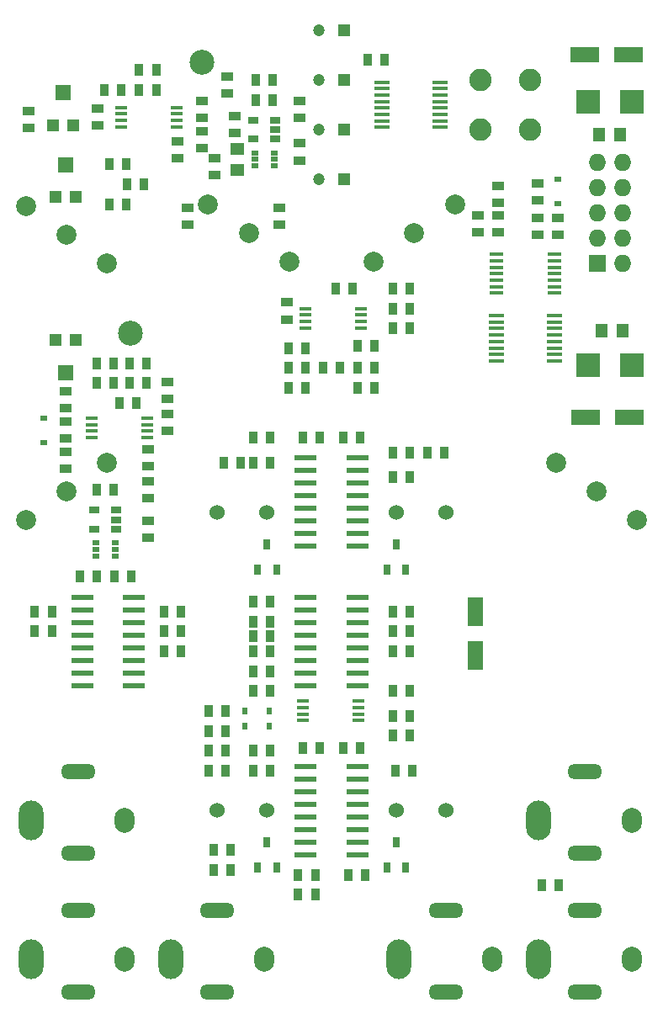
<source format=gbs>
G04 #@! TF.FileFunction,Soldermask,Bot*
%FSLAX46Y46*%
G04 Gerber Fmt 4.6, Leading zero omitted, Abs format (unit mm)*
G04 Created by KiCad (PCBNEW 4.0.2-stable) date 2016-10-24 12:13:11 PM*
%MOMM*%
G01*
G04 APERTURE LIST*
%ADD10C,0.100000*%
%ADD11R,0.800000X0.500000*%
%ADD12C,1.998980*%
%ADD13R,1.600000X1.500000*%
%ADD14R,1.200000X1.200000*%
%ADD15C,2.250000*%
%ADD16C,2.500000*%
%ADD17R,1.500000X0.450000*%
%ADD18R,1.450000X0.450000*%
%ADD19R,2.199640X0.599440*%
%ADD20R,1.397000X1.143000*%
%ADD21R,1.143000X1.397000*%
%ADD22R,2.397760X2.397760*%
%ADD23C,1.200000*%
%ADD24R,1.600200X2.999740*%
%ADD25R,2.999740X1.600200*%
%ADD26R,1.300480X0.400000*%
%ADD27R,1.060000X0.650000*%
%ADD28O,2.500000X4.000000*%
%ADD29O,2.000000X2.500000*%
%ADD30O,3.500000X1.500000*%
%ADD31R,1.143000X0.812800*%
%ADD32R,0.812800X1.143000*%
%ADD33R,1.727200X1.727200*%
%ADD34O,1.727200X1.727200*%
%ADD35C,1.524000*%
%ADD36R,0.701040X1.000760*%
%ADD37R,0.762000X0.609600*%
%ADD38R,0.609600X0.762000*%
G04 APERTURE END LIST*
D10*
D11*
X38750000Y-25350000D03*
X36750000Y-26000000D03*
X38750000Y-26650000D03*
X38750000Y-26000000D03*
X36750000Y-26650000D03*
X36750000Y-25350000D03*
X22750000Y-64600000D03*
X20750000Y-65250000D03*
X22750000Y-65900000D03*
X22750000Y-65250000D03*
X20750000Y-65900000D03*
X20750000Y-64600000D03*
D12*
X17822777Y-33606433D03*
X21918537Y-36474315D03*
X13727017Y-30738551D03*
D13*
X17500000Y-19300000D03*
D14*
X18500000Y-22550000D03*
X16500000Y-22550000D03*
D15*
X59500000Y-18000000D03*
X64500000Y-18000000D03*
X64500000Y-23000000D03*
X59500000Y-23000000D03*
D16*
X24250000Y-43500000D03*
X31500000Y-16250000D03*
D17*
X49550000Y-22775000D03*
X49550000Y-22125000D03*
X49550000Y-21475000D03*
X49550000Y-20825000D03*
X49550000Y-20175000D03*
X49550000Y-19525000D03*
X49550000Y-18875000D03*
X49550000Y-18225000D03*
X55450000Y-18225000D03*
X55450000Y-18875000D03*
X55450000Y-19525000D03*
X55450000Y-20175000D03*
X55450000Y-20825000D03*
X55450000Y-21475000D03*
X55450000Y-22125000D03*
X55450000Y-22775000D03*
X66950000Y-41725000D03*
X66950000Y-42375000D03*
X66950000Y-43025000D03*
X66950000Y-43675000D03*
X66950000Y-44325000D03*
X66950000Y-44975000D03*
X66950000Y-45625000D03*
X66950000Y-46275000D03*
X61050000Y-46275000D03*
X61050000Y-45625000D03*
X61050000Y-44975000D03*
X61050000Y-44325000D03*
X61050000Y-43675000D03*
X61050000Y-43025000D03*
X61050000Y-42375000D03*
X61050000Y-41725000D03*
D18*
X66950000Y-35550000D03*
X66950000Y-36200000D03*
X66950000Y-36850000D03*
X66950000Y-37500000D03*
X66950000Y-38150000D03*
X66950000Y-38800000D03*
X66950000Y-39450000D03*
X61050000Y-39450000D03*
X61050000Y-38800000D03*
X61050000Y-38150000D03*
X61050000Y-37500000D03*
X61050000Y-36850000D03*
X61050000Y-36200000D03*
X61050000Y-35550000D03*
D19*
X47098420Y-56055000D03*
X47098420Y-57325000D03*
X47098420Y-58595000D03*
X47098420Y-59865000D03*
X47098420Y-61135000D03*
X47098420Y-62405000D03*
X47098420Y-63675000D03*
X47098420Y-64945000D03*
X41901580Y-64945000D03*
X41901580Y-63675000D03*
X41901580Y-62405000D03*
X41901580Y-61135000D03*
X41901580Y-59865000D03*
X41901580Y-58595000D03*
X41901580Y-57325000D03*
X41901580Y-56055000D03*
X24598420Y-70055000D03*
X24598420Y-71325000D03*
X24598420Y-72595000D03*
X24598420Y-73865000D03*
X24598420Y-75135000D03*
X24598420Y-76405000D03*
X24598420Y-77675000D03*
X24598420Y-78945000D03*
X19401580Y-78945000D03*
X19401580Y-77675000D03*
X19401580Y-76405000D03*
X19401580Y-75135000D03*
X19401580Y-73865000D03*
X19401580Y-72595000D03*
X19401580Y-71325000D03*
X19401580Y-70055000D03*
X47098420Y-87055000D03*
X47098420Y-88325000D03*
X47098420Y-89595000D03*
X47098420Y-90865000D03*
X47098420Y-92135000D03*
X47098420Y-93405000D03*
X47098420Y-94675000D03*
X47098420Y-95945000D03*
X41901580Y-95945000D03*
X41901580Y-94675000D03*
X41901580Y-93405000D03*
X41901580Y-92135000D03*
X41901580Y-90865000D03*
X41901580Y-89595000D03*
X41901580Y-88325000D03*
X41901580Y-87055000D03*
X41901580Y-78945000D03*
X41901580Y-77675000D03*
X41901580Y-76405000D03*
X41901580Y-75135000D03*
X41901580Y-73865000D03*
X41901580Y-72595000D03*
X41901580Y-71325000D03*
X41901580Y-70055000D03*
X47098420Y-70055000D03*
X47098420Y-71325000D03*
X47098420Y-72595000D03*
X47098420Y-73865000D03*
X47098420Y-75135000D03*
X47098420Y-76405000D03*
X47098420Y-77675000D03*
X47098420Y-78945000D03*
D20*
X35000000Y-24920500D03*
X35000000Y-27079500D03*
D21*
X71670500Y-43250000D03*
X73829500Y-43250000D03*
X71420500Y-23500000D03*
X73579500Y-23500000D03*
D22*
X74699640Y-20250000D03*
X70300360Y-20250000D03*
X70300360Y-46750000D03*
X74699640Y-46750000D03*
D14*
X45770000Y-28000000D03*
D23*
X43230000Y-28000000D03*
D14*
X45770000Y-23000000D03*
D23*
X43230000Y-23000000D03*
D14*
X45770000Y-18000000D03*
D23*
X43230000Y-18000000D03*
D14*
X45770000Y-13000000D03*
D23*
X43230000Y-13000000D03*
D24*
X59000000Y-75949640D03*
X59000000Y-71550360D03*
D25*
X70000360Y-15500000D03*
X74399640Y-15500000D03*
X74449640Y-52000000D03*
X70050360Y-52000000D03*
D26*
X28944000Y-20794600D03*
X28944000Y-21429600D03*
X28944000Y-22090000D03*
X28944000Y-22725000D03*
X23356000Y-22725000D03*
X23356000Y-22077300D03*
X23356000Y-21429600D03*
X23356000Y-20781900D03*
X25944000Y-52044600D03*
X25944000Y-52679600D03*
X25944000Y-53340000D03*
X25944000Y-53975000D03*
X20356000Y-53975000D03*
X20356000Y-53327300D03*
X20356000Y-52679600D03*
X20356000Y-52031900D03*
X41906000Y-42955400D03*
X41906000Y-42320400D03*
X41906000Y-41660000D03*
X41906000Y-41025000D03*
X47494000Y-41025000D03*
X47494000Y-41672700D03*
X47494000Y-42320400D03*
X47494000Y-42968100D03*
X41606000Y-82455400D03*
X41606000Y-81820400D03*
X41606000Y-81160000D03*
X41606000Y-80525000D03*
X47194000Y-80525000D03*
X47194000Y-81172700D03*
X47194000Y-81820400D03*
X47194000Y-82468100D03*
D27*
X22850000Y-61300000D03*
X22850000Y-62250000D03*
X22850000Y-63200000D03*
X20650000Y-63200000D03*
X20650000Y-61300000D03*
X38850000Y-22050000D03*
X38850000Y-23000000D03*
X38850000Y-23950000D03*
X36650000Y-23950000D03*
X36650000Y-22050000D03*
D13*
X17750000Y-26550000D03*
D14*
X18750000Y-29800000D03*
X16750000Y-29800000D03*
D13*
X17750000Y-47450000D03*
D14*
X16750000Y-44200000D03*
X18750000Y-44200000D03*
D12*
X36177223Y-33393567D03*
X32081463Y-30525685D03*
X40272983Y-36261449D03*
X17822777Y-59393567D03*
X13727017Y-62261449D03*
X21918537Y-56525685D03*
X71177223Y-59393567D03*
X67081463Y-56525685D03*
X75272983Y-62261449D03*
X52822777Y-33393567D03*
X48727017Y-36261449D03*
X56918537Y-30525685D03*
D28*
X14300000Y-106500000D03*
D29*
X23700000Y-106500000D03*
D30*
X19000000Y-101600000D03*
X19000000Y-109800000D03*
D28*
X14300000Y-92500000D03*
D29*
X23700000Y-92500000D03*
D30*
X19000000Y-87600000D03*
X19000000Y-95800000D03*
D28*
X65300000Y-92500000D03*
D29*
X74700000Y-92500000D03*
D30*
X70000000Y-87600000D03*
X70000000Y-95800000D03*
D28*
X51300000Y-106500000D03*
D29*
X60700000Y-106500000D03*
D30*
X56000000Y-101600000D03*
X56000000Y-109800000D03*
D28*
X28300000Y-106500000D03*
D29*
X37700000Y-106500000D03*
D30*
X33000000Y-101600000D03*
X33000000Y-109800000D03*
D28*
X65300000Y-106500000D03*
D29*
X74700000Y-106500000D03*
D30*
X70000000Y-101600000D03*
X70000000Y-109800000D03*
D31*
X30000000Y-30899100D03*
X30000000Y-32600900D03*
X28000000Y-50100900D03*
X28000000Y-48399100D03*
D32*
X23899100Y-28500000D03*
X25600900Y-28500000D03*
D31*
X17750000Y-55399100D03*
X17750000Y-57100900D03*
D32*
X23850900Y-30500000D03*
X22149100Y-30500000D03*
X23850900Y-26500000D03*
X22149100Y-26500000D03*
D31*
X40000000Y-42100900D03*
X40000000Y-40399100D03*
D32*
X40149100Y-49000000D03*
X41850900Y-49000000D03*
X24149100Y-48500000D03*
X25850900Y-48500000D03*
X26850900Y-17000000D03*
X25149100Y-17000000D03*
X22600900Y-48500000D03*
X20899100Y-48500000D03*
X24149100Y-46500000D03*
X25850900Y-46500000D03*
D31*
X31500000Y-20149100D03*
X31500000Y-21850900D03*
D32*
X41850900Y-45000000D03*
X40149100Y-45000000D03*
X22600900Y-46500000D03*
X20899100Y-46500000D03*
D31*
X31500000Y-24850900D03*
X31500000Y-23149100D03*
X32750000Y-27600900D03*
X32750000Y-25899100D03*
D32*
X45350900Y-47000000D03*
X43649100Y-47000000D03*
D31*
X26000000Y-64100900D03*
X26000000Y-62399100D03*
D32*
X22600900Y-59250000D03*
X20899100Y-59250000D03*
X48850900Y-49000000D03*
X47149100Y-49000000D03*
D31*
X34750000Y-23350900D03*
X34750000Y-21649100D03*
D32*
X50649100Y-39000000D03*
X52350900Y-39000000D03*
D31*
X34000000Y-17649100D03*
X34000000Y-19350900D03*
D32*
X52350900Y-43000000D03*
X50649100Y-43000000D03*
D31*
X41250000Y-26100900D03*
X41250000Y-24399100D03*
D32*
X38600900Y-20000000D03*
X36899100Y-20000000D03*
X50649100Y-55500000D03*
X52350900Y-55500000D03*
X52350900Y-58000000D03*
X50649100Y-58000000D03*
X24350900Y-68000000D03*
X22649100Y-68000000D03*
X47350900Y-54000000D03*
X45649100Y-54000000D03*
X33649100Y-56500000D03*
X35350900Y-56500000D03*
X27649100Y-71500000D03*
X29350900Y-71500000D03*
X27649100Y-73500000D03*
X29350900Y-73500000D03*
X29350900Y-75500000D03*
X27649100Y-75500000D03*
X38350900Y-56500000D03*
X36649100Y-56500000D03*
X36649100Y-54000000D03*
X38350900Y-54000000D03*
X41649100Y-54000000D03*
X43350900Y-54000000D03*
X38350900Y-70500000D03*
X36649100Y-70500000D03*
X48149100Y-16000000D03*
X49850900Y-16000000D03*
X38350900Y-72500000D03*
X36649100Y-72500000D03*
X55850900Y-55500000D03*
X54149100Y-55500000D03*
X38350900Y-75500000D03*
X36649100Y-75500000D03*
X33850900Y-85500000D03*
X32149100Y-85500000D03*
X36649100Y-77500000D03*
X38350900Y-77500000D03*
X50649100Y-79500000D03*
X52350900Y-79500000D03*
X38350900Y-85500000D03*
X36649100Y-85500000D03*
X32149100Y-81500000D03*
X33850900Y-81500000D03*
X32649100Y-95500000D03*
X34350900Y-95500000D03*
X52350900Y-82000000D03*
X50649100Y-82000000D03*
X36649100Y-87500000D03*
X38350900Y-87500000D03*
X32149100Y-87500000D03*
X33850900Y-87500000D03*
X67350900Y-99000000D03*
X65649100Y-99000000D03*
X19149100Y-68000000D03*
X20850900Y-68000000D03*
X41649100Y-85200000D03*
X43350900Y-85200000D03*
X34350900Y-97500000D03*
X32649100Y-97500000D03*
D31*
X61250000Y-31649100D03*
X61250000Y-33350900D03*
X65250000Y-33600900D03*
X65250000Y-31899100D03*
D32*
X16350900Y-73500000D03*
X14649100Y-73500000D03*
D31*
X65250000Y-30100900D03*
X65250000Y-28399100D03*
D32*
X14649100Y-71500000D03*
X16350900Y-71500000D03*
X42850900Y-98000000D03*
X41149100Y-98000000D03*
D31*
X61250000Y-30350900D03*
X61250000Y-28649100D03*
D32*
X41149100Y-100000000D03*
X42850900Y-100000000D03*
X47350900Y-85200000D03*
X45649100Y-85200000D03*
X46149100Y-98000000D03*
X47850900Y-98000000D03*
X50649100Y-75500000D03*
X52350900Y-75500000D03*
X50649100Y-71500000D03*
X52350900Y-71500000D03*
X50649100Y-73500000D03*
X52350900Y-73500000D03*
D31*
X28000000Y-51649100D03*
X28000000Y-53350900D03*
X17750000Y-52399100D03*
X17750000Y-54100900D03*
D32*
X23149100Y-50500000D03*
X24850900Y-50500000D03*
D31*
X14000000Y-21149100D03*
X14000000Y-22850900D03*
X21000000Y-20899100D03*
X21000000Y-22600900D03*
D32*
X26850900Y-19000000D03*
X25149100Y-19000000D03*
D31*
X29000000Y-25850900D03*
X29000000Y-24149100D03*
X67250000Y-31899100D03*
X67250000Y-33600900D03*
X59250000Y-31649100D03*
X59250000Y-33350900D03*
D32*
X36649100Y-74000000D03*
X38350900Y-74000000D03*
X50899100Y-87500000D03*
X52600900Y-87500000D03*
D31*
X26000000Y-56850900D03*
X26000000Y-55149100D03*
X17700000Y-51050900D03*
X17700000Y-49349100D03*
D32*
X38600900Y-18000000D03*
X36899100Y-18000000D03*
D31*
X39250000Y-30899100D03*
X39250000Y-32600900D03*
D32*
X46600900Y-39000000D03*
X44899100Y-39000000D03*
X47149100Y-44750000D03*
X48850900Y-44750000D03*
X52350900Y-84000000D03*
X50649100Y-84000000D03*
X38350900Y-79500000D03*
X36649100Y-79500000D03*
X32149100Y-83500000D03*
X33850900Y-83500000D03*
D31*
X41250000Y-21850900D03*
X41250000Y-20149100D03*
D32*
X47149100Y-47000000D03*
X48850900Y-47000000D03*
X52350900Y-41000000D03*
X50649100Y-41000000D03*
D31*
X26000000Y-60100900D03*
X26000000Y-58399100D03*
D32*
X41850900Y-47000000D03*
X40149100Y-47000000D03*
X23350900Y-19000000D03*
X21649100Y-19000000D03*
D33*
X71250000Y-36500000D03*
D34*
X73790000Y-36500000D03*
X71250000Y-33960000D03*
X73790000Y-33960000D03*
X71250000Y-31420000D03*
X73790000Y-31420000D03*
X71250000Y-28880000D03*
X73790000Y-28880000D03*
X71250000Y-26340000D03*
X73790000Y-26340000D03*
D35*
X51000000Y-61500000D03*
X56000000Y-61500000D03*
X38000000Y-61500000D03*
X33000000Y-61500000D03*
X38000000Y-91500000D03*
X33000000Y-91500000D03*
X51000000Y-91500000D03*
X56000000Y-91500000D03*
D36*
X51000000Y-94730000D03*
X50047500Y-97270000D03*
X51952500Y-97270000D03*
X38000000Y-94730000D03*
X37047500Y-97270000D03*
X38952500Y-97270000D03*
X38000000Y-64730000D03*
X37047500Y-67270000D03*
X38952500Y-67270000D03*
X51000000Y-64730000D03*
X50047500Y-67270000D03*
X51952500Y-67270000D03*
D37*
X15500000Y-52005400D03*
X15500000Y-54494600D03*
X67250000Y-30494600D03*
X67250000Y-28005400D03*
D38*
X38244600Y-83000000D03*
X35755400Y-83000000D03*
X35755400Y-81500000D03*
X38244600Y-81500000D03*
M02*

</source>
